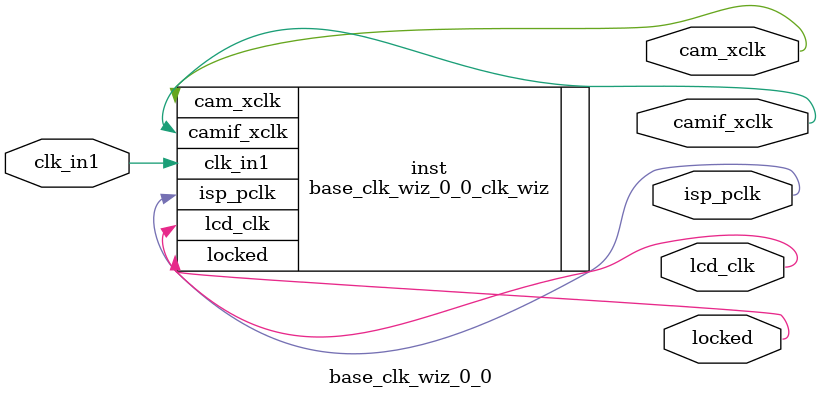
<source format=v>


`timescale 1ps/1ps

(* CORE_GENERATION_INFO = "base_clk_wiz_0_0,clk_wiz_v6_0_2_0_0,{component_name=base_clk_wiz_0_0,use_phase_alignment=true,use_min_o_jitter=false,use_max_i_jitter=false,use_dyn_phase_shift=false,use_inclk_switchover=false,use_dyn_reconfig=false,enable_axi=0,feedback_source=FDBK_AUTO,PRIMITIVE=MMCM,num_out_clk=4,clkin1_period=8.333,clkin2_period=10.000,use_power_down=false,use_reset=false,use_locked=true,use_inclk_stopped=false,feedback_type=SINGLE,CLOCK_MGR_TYPE=NA,manual_override=false}" *)

module base_clk_wiz_0_0 
 (
  // Clock out ports
  output        camif_xclk,
  output        isp_pclk,
  output        lcd_clk,
  output        cam_xclk,
  // Status and control signals
  output        locked,
 // Clock in ports
  input         clk_in1
 );

  base_clk_wiz_0_0_clk_wiz inst
  (
  // Clock out ports  
  .camif_xclk(camif_xclk),
  .isp_pclk(isp_pclk),
  .lcd_clk(lcd_clk),
  .cam_xclk(cam_xclk),
  // Status and control signals               
  .locked(locked),
 // Clock in ports
  .clk_in1(clk_in1)
  );

endmodule

</source>
